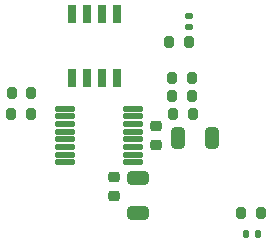
<source format=gbr>
%TF.GenerationSoftware,KiCad,Pcbnew,7.0.6*%
%TF.CreationDate,2024-02-24T16:40:58-05:00*%
%TF.ProjectId,ads1120_breakout,61647331-3132-4305-9f62-7265616b6f75,rev?*%
%TF.SameCoordinates,Original*%
%TF.FileFunction,Paste,Top*%
%TF.FilePolarity,Positive*%
%FSLAX46Y46*%
G04 Gerber Fmt 4.6, Leading zero omitted, Abs format (unit mm)*
G04 Created by KiCad (PCBNEW 7.0.6) date 2024-02-24 16:40:58*
%MOMM*%
%LPD*%
G01*
G04 APERTURE LIST*
G04 Aperture macros list*
%AMRoundRect*
0 Rectangle with rounded corners*
0 $1 Rounding radius*
0 $2 $3 $4 $5 $6 $7 $8 $9 X,Y pos of 4 corners*
0 Add a 4 corners polygon primitive as box body*
4,1,4,$2,$3,$4,$5,$6,$7,$8,$9,$2,$3,0*
0 Add four circle primitives for the rounded corners*
1,1,$1+$1,$2,$3*
1,1,$1+$1,$4,$5*
1,1,$1+$1,$6,$7*
1,1,$1+$1,$8,$9*
0 Add four rect primitives between the rounded corners*
20,1,$1+$1,$2,$3,$4,$5,0*
20,1,$1+$1,$4,$5,$6,$7,0*
20,1,$1+$1,$6,$7,$8,$9,0*
20,1,$1+$1,$8,$9,$2,$3,0*%
G04 Aperture macros list end*
%ADD10RoundRect,0.200000X-0.200000X-0.275000X0.200000X-0.275000X0.200000X0.275000X-0.200000X0.275000X0*%
%ADD11RoundRect,0.147500X-0.172500X0.147500X-0.172500X-0.147500X0.172500X-0.147500X0.172500X0.147500X0*%
%ADD12RoundRect,0.147500X-0.147500X-0.172500X0.147500X-0.172500X0.147500X0.172500X-0.147500X0.172500X0*%
%ADD13RoundRect,0.020500X-0.764500X-0.184500X0.764500X-0.184500X0.764500X0.184500X-0.764500X0.184500X0*%
%ADD14RoundRect,0.200000X0.200000X0.275000X-0.200000X0.275000X-0.200000X-0.275000X0.200000X-0.275000X0*%
%ADD15R,0.650000X1.526000*%
%ADD16RoundRect,0.250000X-0.325000X-0.650000X0.325000X-0.650000X0.325000X0.650000X-0.325000X0.650000X0*%
%ADD17RoundRect,0.225000X0.250000X-0.225000X0.250000X0.225000X-0.250000X0.225000X-0.250000X-0.225000X0*%
%ADD18RoundRect,0.250000X-0.650000X0.325000X-0.650000X-0.325000X0.650000X-0.325000X0.650000X0.325000X0*%
G04 APERTURE END LIST*
D10*
%TO.C,R7*%
X149226000Y-78740000D03*
X150876000Y-78740000D03*
%TD*%
%TO.C,R6*%
X155322000Y-93218000D03*
X156972000Y-93218000D03*
%TD*%
D11*
%TO.C,D2*%
X150876000Y-76477000D03*
X150876000Y-77447000D03*
%TD*%
D12*
%TO.C,D1*%
X155748000Y-94996000D03*
X156718000Y-94996000D03*
%TD*%
D13*
%TO.C,U1*%
X140386000Y-84339000D03*
X140386000Y-84989000D03*
X140386000Y-85639000D03*
X140386000Y-86289000D03*
X140386000Y-86939000D03*
X140386000Y-87589000D03*
X140386000Y-88239000D03*
X140386000Y-88889000D03*
X146126000Y-88889000D03*
X146126000Y-88239000D03*
X146126000Y-87589000D03*
X146126000Y-86939000D03*
X146126000Y-86289000D03*
X146126000Y-85639000D03*
X146126000Y-84989000D03*
X146126000Y-84339000D03*
%TD*%
D10*
%TO.C,R5*%
X151130000Y-83312000D03*
X149480000Y-83312000D03*
%TD*%
D14*
%TO.C,R4*%
X149543000Y-84836000D03*
X151193000Y-84836000D03*
%TD*%
D10*
%TO.C,R3*%
X135890000Y-83058000D03*
X137540000Y-83058000D03*
%TD*%
D14*
%TO.C,R2*%
X151130000Y-81788000D03*
X149480000Y-81788000D03*
%TD*%
D10*
%TO.C,R1*%
X135827000Y-84836000D03*
X137477000Y-84836000D03*
%TD*%
D15*
%TO.C,IC1*%
X144780000Y-81788000D03*
X143510000Y-81788000D03*
X142240000Y-81788000D03*
X140970000Y-81788000D03*
X140970000Y-76364000D03*
X142240000Y-76364000D03*
X143510000Y-76364000D03*
X144780000Y-76364000D03*
%TD*%
D16*
%TO.C,C4*%
X149909000Y-86868000D03*
X152859000Y-86868000D03*
%TD*%
D17*
%TO.C,C3*%
X148082000Y-87389000D03*
X148082000Y-85839000D03*
%TD*%
%TO.C,C2*%
X144526000Y-90170000D03*
X144526000Y-91720000D03*
%TD*%
D18*
%TO.C,C1*%
X146558000Y-90232000D03*
X146558000Y-93182000D03*
%TD*%
M02*

</source>
